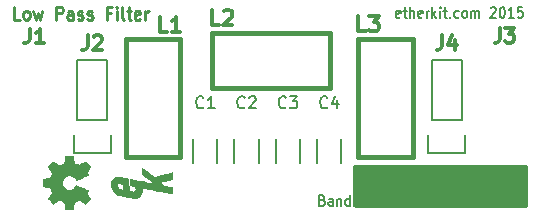
<source format=gto>
G04 #@! TF.FileFunction,Legend,Top*
%FSLAX46Y46*%
G04 Gerber Fmt 4.6, Leading zero omitted, Abs format (unit mm)*
G04 Created by KiCad (PCBNEW 0.201510291901+6286~30~ubuntu14.04.1-product) date Sat 07 Nov 2015 01:58:48 PM PST*
%MOMM*%
G01*
G04 APERTURE LIST*
%ADD10C,0.100000*%
%ADD11C,0.200000*%
%ADD12C,0.250000*%
%ADD13C,0.150000*%
%ADD14C,0.002540*%
%ADD15C,0.381000*%
%ADD16C,0.300000*%
%ADD17C,0.304800*%
G04 APERTURE END LIST*
D10*
D11*
X133545238Y-83614286D02*
X133469048Y-83657143D01*
X133316667Y-83657143D01*
X133240476Y-83614286D01*
X133202381Y-83528571D01*
X133202381Y-83185714D01*
X133240476Y-83100000D01*
X133316667Y-83057143D01*
X133469048Y-83057143D01*
X133545238Y-83100000D01*
X133583333Y-83185714D01*
X133583333Y-83271429D01*
X133202381Y-83357143D01*
X133811904Y-83057143D02*
X134116666Y-83057143D01*
X133926190Y-82757143D02*
X133926190Y-83528571D01*
X133964285Y-83614286D01*
X134040476Y-83657143D01*
X134116666Y-83657143D01*
X134383333Y-83657143D02*
X134383333Y-82757143D01*
X134726190Y-83657143D02*
X134726190Y-83185714D01*
X134688095Y-83100000D01*
X134611905Y-83057143D01*
X134497619Y-83057143D01*
X134421428Y-83100000D01*
X134383333Y-83142857D01*
X135411905Y-83614286D02*
X135335715Y-83657143D01*
X135183334Y-83657143D01*
X135107143Y-83614286D01*
X135069048Y-83528571D01*
X135069048Y-83185714D01*
X135107143Y-83100000D01*
X135183334Y-83057143D01*
X135335715Y-83057143D01*
X135411905Y-83100000D01*
X135450000Y-83185714D01*
X135450000Y-83271429D01*
X135069048Y-83357143D01*
X135792857Y-83657143D02*
X135792857Y-83057143D01*
X135792857Y-83228571D02*
X135830952Y-83142857D01*
X135869048Y-83100000D01*
X135945238Y-83057143D01*
X136021429Y-83057143D01*
X136288095Y-83657143D02*
X136288095Y-82757143D01*
X136364286Y-83314286D02*
X136592857Y-83657143D01*
X136592857Y-83057143D02*
X136288095Y-83400000D01*
X136935714Y-83657143D02*
X136935714Y-83057143D01*
X136935714Y-82757143D02*
X136897619Y-82800000D01*
X136935714Y-82842857D01*
X136973809Y-82800000D01*
X136935714Y-82757143D01*
X136935714Y-82842857D01*
X137202380Y-83057143D02*
X137507142Y-83057143D01*
X137316666Y-82757143D02*
X137316666Y-83528571D01*
X137354761Y-83614286D01*
X137430952Y-83657143D01*
X137507142Y-83657143D01*
X137773809Y-83571429D02*
X137811904Y-83614286D01*
X137773809Y-83657143D01*
X137735714Y-83614286D01*
X137773809Y-83571429D01*
X137773809Y-83657143D01*
X138497618Y-83614286D02*
X138421428Y-83657143D01*
X138269047Y-83657143D01*
X138192856Y-83614286D01*
X138154761Y-83571429D01*
X138116666Y-83485714D01*
X138116666Y-83228571D01*
X138154761Y-83142857D01*
X138192856Y-83100000D01*
X138269047Y-83057143D01*
X138421428Y-83057143D01*
X138497618Y-83100000D01*
X138954761Y-83657143D02*
X138878570Y-83614286D01*
X138840475Y-83571429D01*
X138802380Y-83485714D01*
X138802380Y-83228571D01*
X138840475Y-83142857D01*
X138878570Y-83100000D01*
X138954761Y-83057143D01*
X139069047Y-83057143D01*
X139145237Y-83100000D01*
X139183332Y-83142857D01*
X139221428Y-83228571D01*
X139221428Y-83485714D01*
X139183332Y-83571429D01*
X139145237Y-83614286D01*
X139069047Y-83657143D01*
X138954761Y-83657143D01*
X139564285Y-83657143D02*
X139564285Y-83057143D01*
X139564285Y-83142857D02*
X139602380Y-83100000D01*
X139678571Y-83057143D01*
X139792857Y-83057143D01*
X139869047Y-83100000D01*
X139907142Y-83185714D01*
X139907142Y-83657143D01*
X139907142Y-83185714D02*
X139945238Y-83100000D01*
X140021428Y-83057143D01*
X140135714Y-83057143D01*
X140211904Y-83100000D01*
X140249999Y-83185714D01*
X140249999Y-83657143D01*
X141202381Y-82842857D02*
X141240476Y-82800000D01*
X141316667Y-82757143D01*
X141507143Y-82757143D01*
X141583333Y-82800000D01*
X141621429Y-82842857D01*
X141659524Y-82928571D01*
X141659524Y-83014286D01*
X141621429Y-83142857D01*
X141164286Y-83657143D01*
X141659524Y-83657143D01*
X142154762Y-82757143D02*
X142230953Y-82757143D01*
X142307143Y-82800000D01*
X142345238Y-82842857D01*
X142383334Y-82928571D01*
X142421429Y-83100000D01*
X142421429Y-83314286D01*
X142383334Y-83485714D01*
X142345238Y-83571429D01*
X142307143Y-83614286D01*
X142230953Y-83657143D01*
X142154762Y-83657143D01*
X142078572Y-83614286D01*
X142040476Y-83571429D01*
X142002381Y-83485714D01*
X141964286Y-83314286D01*
X141964286Y-83100000D01*
X142002381Y-82928571D01*
X142040476Y-82842857D01*
X142078572Y-82800000D01*
X142154762Y-82757143D01*
X143183334Y-83657143D02*
X142726191Y-83657143D01*
X142954762Y-83657143D02*
X142954762Y-82757143D01*
X142878572Y-82885714D01*
X142802381Y-82971429D01*
X142726191Y-83014286D01*
X143907144Y-82757143D02*
X143526191Y-82757143D01*
X143488096Y-83185714D01*
X143526191Y-83142857D01*
X143602382Y-83100000D01*
X143792858Y-83100000D01*
X143869048Y-83142857D01*
X143907144Y-83185714D01*
X143945239Y-83271429D01*
X143945239Y-83485714D01*
X143907144Y-83571429D01*
X143869048Y-83614286D01*
X143792858Y-83657143D01*
X143602382Y-83657143D01*
X143526191Y-83614286D01*
X143488096Y-83571429D01*
D12*
X101364286Y-83797619D02*
X100888095Y-83797619D01*
X100888095Y-82697619D01*
X101840476Y-83797619D02*
X101745238Y-83745238D01*
X101697619Y-83692857D01*
X101650000Y-83588095D01*
X101650000Y-83273810D01*
X101697619Y-83169048D01*
X101745238Y-83116667D01*
X101840476Y-83064286D01*
X101983334Y-83064286D01*
X102078572Y-83116667D01*
X102126191Y-83169048D01*
X102173810Y-83273810D01*
X102173810Y-83588095D01*
X102126191Y-83692857D01*
X102078572Y-83745238D01*
X101983334Y-83797619D01*
X101840476Y-83797619D01*
X102507143Y-83064286D02*
X102697619Y-83797619D01*
X102888096Y-83273810D01*
X103078572Y-83797619D01*
X103269048Y-83064286D01*
X104411905Y-83797619D02*
X104411905Y-82697619D01*
X104792858Y-82697619D01*
X104888096Y-82750000D01*
X104935715Y-82802381D01*
X104983334Y-82907143D01*
X104983334Y-83064286D01*
X104935715Y-83169048D01*
X104888096Y-83221429D01*
X104792858Y-83273810D01*
X104411905Y-83273810D01*
X105840477Y-83797619D02*
X105840477Y-83221429D01*
X105792858Y-83116667D01*
X105697620Y-83064286D01*
X105507143Y-83064286D01*
X105411905Y-83116667D01*
X105840477Y-83745238D02*
X105745239Y-83797619D01*
X105507143Y-83797619D01*
X105411905Y-83745238D01*
X105364286Y-83640476D01*
X105364286Y-83535714D01*
X105411905Y-83430952D01*
X105507143Y-83378571D01*
X105745239Y-83378571D01*
X105840477Y-83326190D01*
X106269048Y-83745238D02*
X106364286Y-83797619D01*
X106554762Y-83797619D01*
X106650001Y-83745238D01*
X106697620Y-83640476D01*
X106697620Y-83588095D01*
X106650001Y-83483333D01*
X106554762Y-83430952D01*
X106411905Y-83430952D01*
X106316667Y-83378571D01*
X106269048Y-83273810D01*
X106269048Y-83221429D01*
X106316667Y-83116667D01*
X106411905Y-83064286D01*
X106554762Y-83064286D01*
X106650001Y-83116667D01*
X107078572Y-83745238D02*
X107173810Y-83797619D01*
X107364286Y-83797619D01*
X107459525Y-83745238D01*
X107507144Y-83640476D01*
X107507144Y-83588095D01*
X107459525Y-83483333D01*
X107364286Y-83430952D01*
X107221429Y-83430952D01*
X107126191Y-83378571D01*
X107078572Y-83273810D01*
X107078572Y-83221429D01*
X107126191Y-83116667D01*
X107221429Y-83064286D01*
X107364286Y-83064286D01*
X107459525Y-83116667D01*
X109030954Y-83221429D02*
X108697620Y-83221429D01*
X108697620Y-83797619D02*
X108697620Y-82697619D01*
X109173811Y-82697619D01*
X109554763Y-83797619D02*
X109554763Y-83064286D01*
X109554763Y-82697619D02*
X109507144Y-82750000D01*
X109554763Y-82802381D01*
X109602382Y-82750000D01*
X109554763Y-82697619D01*
X109554763Y-82802381D01*
X110173810Y-83797619D02*
X110078572Y-83745238D01*
X110030953Y-83640476D01*
X110030953Y-82697619D01*
X110411906Y-83064286D02*
X110792858Y-83064286D01*
X110554763Y-82697619D02*
X110554763Y-83640476D01*
X110602382Y-83745238D01*
X110697620Y-83797619D01*
X110792858Y-83797619D01*
X111507145Y-83745238D02*
X111411907Y-83797619D01*
X111221430Y-83797619D01*
X111126192Y-83745238D01*
X111078573Y-83640476D01*
X111078573Y-83221429D01*
X111126192Y-83116667D01*
X111221430Y-83064286D01*
X111411907Y-83064286D01*
X111507145Y-83116667D01*
X111554764Y-83221429D01*
X111554764Y-83326190D01*
X111078573Y-83430952D01*
X111983335Y-83797619D02*
X111983335Y-83064286D01*
X111983335Y-83273810D02*
X112030954Y-83169048D01*
X112078573Y-83116667D01*
X112173811Y-83064286D01*
X112269050Y-83064286D01*
D13*
X126971428Y-99085714D02*
X127085714Y-99128571D01*
X127123809Y-99171429D01*
X127161904Y-99257143D01*
X127161904Y-99385714D01*
X127123809Y-99471429D01*
X127085714Y-99514286D01*
X127009523Y-99557143D01*
X126704761Y-99557143D01*
X126704761Y-98657143D01*
X126971428Y-98657143D01*
X127047618Y-98700000D01*
X127085714Y-98742857D01*
X127123809Y-98828571D01*
X127123809Y-98914286D01*
X127085714Y-99000000D01*
X127047618Y-99042857D01*
X126971428Y-99085714D01*
X126704761Y-99085714D01*
X127847618Y-99557143D02*
X127847618Y-99085714D01*
X127809523Y-99000000D01*
X127733333Y-98957143D01*
X127580952Y-98957143D01*
X127504761Y-99000000D01*
X127847618Y-99514286D02*
X127771428Y-99557143D01*
X127580952Y-99557143D01*
X127504761Y-99514286D01*
X127466666Y-99428571D01*
X127466666Y-99342857D01*
X127504761Y-99257143D01*
X127580952Y-99214286D01*
X127771428Y-99214286D01*
X127847618Y-99171429D01*
X128228571Y-98957143D02*
X128228571Y-99557143D01*
X128228571Y-99042857D02*
X128266666Y-99000000D01*
X128342857Y-98957143D01*
X128457143Y-98957143D01*
X128533333Y-99000000D01*
X128571428Y-99085714D01*
X128571428Y-99557143D01*
X129295238Y-99557143D02*
X129295238Y-98657143D01*
X129295238Y-99514286D02*
X129219048Y-99557143D01*
X129066667Y-99557143D01*
X128990476Y-99514286D01*
X128952381Y-99471429D01*
X128914286Y-99385714D01*
X128914286Y-99128571D01*
X128952381Y-99042857D01*
X128990476Y-99000000D01*
X129066667Y-98957143D01*
X129219048Y-98957143D01*
X129295238Y-99000000D01*
X128575000Y-95900000D02*
X128575000Y-93900000D01*
X126525000Y-93900000D02*
X126525000Y-95900000D01*
X125075000Y-95900000D02*
X125075000Y-93900000D01*
X123025000Y-93900000D02*
X123025000Y-95900000D01*
X121575000Y-95900000D02*
X121575000Y-93900000D01*
X119525000Y-93900000D02*
X119525000Y-95900000D01*
X118075000Y-95900000D02*
X118075000Y-93900000D01*
X116025000Y-93900000D02*
X116025000Y-95900000D01*
D14*
G36*
X114256040Y-97018340D02*
X114256040Y-96977700D01*
X114253500Y-96850700D01*
X114248420Y-96766880D01*
X114240800Y-96736400D01*
X114220480Y-96741480D01*
X114149360Y-96759260D01*
X114029980Y-96792280D01*
X113875040Y-96832920D01*
X113689620Y-96883720D01*
X113328940Y-96982780D01*
X113138440Y-97036120D01*
X112970800Y-97079300D01*
X112841260Y-97114860D01*
X112752360Y-97137720D01*
X112716800Y-97145340D01*
X112714260Y-97145340D01*
X112673620Y-97117400D01*
X112592340Y-97058980D01*
X112480580Y-96972620D01*
X112345960Y-96865940D01*
X112193560Y-96744020D01*
X111698260Y-96342700D01*
X111698260Y-96855780D01*
X112239280Y-97277420D01*
X112307860Y-97333300D01*
X112457720Y-97450140D01*
X112587260Y-97551740D01*
X112688860Y-97633020D01*
X112752360Y-97683820D01*
X112775220Y-97704140D01*
X112759980Y-97701600D01*
X112688860Y-97688900D01*
X112569480Y-97666040D01*
X112409460Y-97635560D01*
X112211340Y-97597460D01*
X111987820Y-97554280D01*
X111743980Y-97506020D01*
X111571260Y-97473000D01*
X111337580Y-97424740D01*
X111129300Y-97384100D01*
X110951500Y-97351080D01*
X110814340Y-97325680D01*
X110725440Y-97307900D01*
X110687340Y-97302820D01*
X110679720Y-97302820D01*
X110669560Y-97315520D01*
X110664480Y-97353620D01*
X110664480Y-97429820D01*
X110664480Y-97556820D01*
X110669560Y-97810820D01*
X110794020Y-97836220D01*
X110910860Y-97864160D01*
X110994680Y-97904800D01*
X111063260Y-97963220D01*
X111098820Y-98003860D01*
X111136920Y-98074980D01*
X111147080Y-98163880D01*
X111147080Y-98168960D01*
X111136920Y-98240080D01*
X111098820Y-98298500D01*
X111088660Y-98308660D01*
X111040400Y-98346760D01*
X110981980Y-98362000D01*
X110890540Y-98354380D01*
X110755920Y-98331520D01*
X110664480Y-98311200D01*
X110588280Y-98295960D01*
X110557800Y-98290880D01*
X110555260Y-98275640D01*
X110555260Y-98209600D01*
X110552720Y-98135940D01*
X110126000Y-98135940D01*
X110120920Y-98186740D01*
X110113300Y-98204520D01*
X110100600Y-98207060D01*
X110085360Y-98201980D01*
X110019320Y-98186740D01*
X109925340Y-98166420D01*
X109884700Y-98156260D01*
X109785640Y-98128320D01*
X109717060Y-98100380D01*
X109704360Y-98092760D01*
X109625620Y-98021640D01*
X109577360Y-97925120D01*
X109562120Y-97820980D01*
X109582440Y-97732080D01*
X109643400Y-97668580D01*
X109648480Y-97666040D01*
X109737380Y-97648260D01*
X109861840Y-97653340D01*
X110001540Y-97676200D01*
X110118380Y-97704140D01*
X110123460Y-97958140D01*
X110126000Y-98041960D01*
X110126000Y-98135940D01*
X110552720Y-98135940D01*
X110552720Y-98097840D01*
X110552720Y-97953060D01*
X110550180Y-97780340D01*
X110550180Y-97272340D01*
X110514620Y-97262180D01*
X110507000Y-97259640D01*
X110400320Y-97236780D01*
X110260620Y-97211380D01*
X110108220Y-97183440D01*
X109955820Y-97155500D01*
X109821200Y-97135180D01*
X109714520Y-97119940D01*
X109656100Y-97112320D01*
X109625620Y-97114860D01*
X109445280Y-97150420D01*
X109287800Y-97239320D01*
X109160800Y-97366320D01*
X109084600Y-97526340D01*
X109079520Y-97544120D01*
X109061740Y-97663500D01*
X109061740Y-97803200D01*
X109076980Y-97927660D01*
X109112540Y-98047040D01*
X109214140Y-98229920D01*
X109356380Y-98397560D01*
X109524020Y-98534720D01*
X109704360Y-98628700D01*
X109727220Y-98636320D01*
X109816120Y-98656640D01*
X109945660Y-98684580D01*
X110103140Y-98720140D01*
X110278400Y-98755700D01*
X110458740Y-98791260D01*
X110631460Y-98824280D01*
X110781320Y-98852220D01*
X110898160Y-98872540D01*
X110969280Y-98882700D01*
X111070880Y-98882700D01*
X111235980Y-98862380D01*
X111373140Y-98811580D01*
X111406160Y-98791260D01*
X111535700Y-98674420D01*
X111627140Y-98516940D01*
X111672860Y-98334060D01*
X111667780Y-98138480D01*
X111665240Y-98115620D01*
X111655080Y-98044500D01*
X111655080Y-98014020D01*
X111662700Y-98014020D01*
X111723660Y-98024180D01*
X111835420Y-98047040D01*
X111990360Y-98077520D01*
X112188480Y-98115620D01*
X112417080Y-98158800D01*
X112671080Y-98209600D01*
X113087640Y-98293420D01*
X113351800Y-98346760D01*
X113595640Y-98395020D01*
X113809000Y-98435660D01*
X113989340Y-98471220D01*
X114123960Y-98496620D01*
X114212860Y-98511860D01*
X114243340Y-98514400D01*
X114245880Y-98511860D01*
X114250960Y-98466140D01*
X114253500Y-98377240D01*
X114256040Y-98257860D01*
X114256040Y-98153720D01*
X114253500Y-98069900D01*
X114248420Y-98026720D01*
X114238260Y-98006400D01*
X114220480Y-98001320D01*
X114195080Y-97996240D01*
X114116340Y-97978460D01*
X114002040Y-97958140D01*
X113864880Y-97930200D01*
X113824240Y-97922580D01*
X113661680Y-97887020D01*
X113560080Y-97859080D01*
X113511820Y-97838760D01*
X113501660Y-97828600D01*
X113415300Y-97752400D01*
X113326400Y-97673660D01*
X113250200Y-97600000D01*
X113196860Y-97549200D01*
X113176540Y-97528880D01*
X113191780Y-97523800D01*
X113257820Y-97508560D01*
X113369580Y-97485700D01*
X113514360Y-97455220D01*
X113682000Y-97422200D01*
X113798840Y-97396800D01*
X113956320Y-97363780D01*
X114088400Y-97338380D01*
X114179840Y-97318060D01*
X114220480Y-97310440D01*
X114223020Y-97307900D01*
X114238260Y-97302820D01*
X114248420Y-97282500D01*
X114253500Y-97236780D01*
X114256040Y-97152960D01*
X114256040Y-97018340D01*
X114256040Y-97018340D01*
G37*
X114256040Y-97018340D02*
X114256040Y-96977700D01*
X114253500Y-96850700D01*
X114248420Y-96766880D01*
X114240800Y-96736400D01*
X114220480Y-96741480D01*
X114149360Y-96759260D01*
X114029980Y-96792280D01*
X113875040Y-96832920D01*
X113689620Y-96883720D01*
X113328940Y-96982780D01*
X113138440Y-97036120D01*
X112970800Y-97079300D01*
X112841260Y-97114860D01*
X112752360Y-97137720D01*
X112716800Y-97145340D01*
X112714260Y-97145340D01*
X112673620Y-97117400D01*
X112592340Y-97058980D01*
X112480580Y-96972620D01*
X112345960Y-96865940D01*
X112193560Y-96744020D01*
X111698260Y-96342700D01*
X111698260Y-96855780D01*
X112239280Y-97277420D01*
X112307860Y-97333300D01*
X112457720Y-97450140D01*
X112587260Y-97551740D01*
X112688860Y-97633020D01*
X112752360Y-97683820D01*
X112775220Y-97704140D01*
X112759980Y-97701600D01*
X112688860Y-97688900D01*
X112569480Y-97666040D01*
X112409460Y-97635560D01*
X112211340Y-97597460D01*
X111987820Y-97554280D01*
X111743980Y-97506020D01*
X111571260Y-97473000D01*
X111337580Y-97424740D01*
X111129300Y-97384100D01*
X110951500Y-97351080D01*
X110814340Y-97325680D01*
X110725440Y-97307900D01*
X110687340Y-97302820D01*
X110679720Y-97302820D01*
X110669560Y-97315520D01*
X110664480Y-97353620D01*
X110664480Y-97429820D01*
X110664480Y-97556820D01*
X110669560Y-97810820D01*
X110794020Y-97836220D01*
X110910860Y-97864160D01*
X110994680Y-97904800D01*
X111063260Y-97963220D01*
X111098820Y-98003860D01*
X111136920Y-98074980D01*
X111147080Y-98163880D01*
X111147080Y-98168960D01*
X111136920Y-98240080D01*
X111098820Y-98298500D01*
X111088660Y-98308660D01*
X111040400Y-98346760D01*
X110981980Y-98362000D01*
X110890540Y-98354380D01*
X110755920Y-98331520D01*
X110664480Y-98311200D01*
X110588280Y-98295960D01*
X110557800Y-98290880D01*
X110555260Y-98275640D01*
X110555260Y-98209600D01*
X110552720Y-98135940D01*
X110126000Y-98135940D01*
X110120920Y-98186740D01*
X110113300Y-98204520D01*
X110100600Y-98207060D01*
X110085360Y-98201980D01*
X110019320Y-98186740D01*
X109925340Y-98166420D01*
X109884700Y-98156260D01*
X109785640Y-98128320D01*
X109717060Y-98100380D01*
X109704360Y-98092760D01*
X109625620Y-98021640D01*
X109577360Y-97925120D01*
X109562120Y-97820980D01*
X109582440Y-97732080D01*
X109643400Y-97668580D01*
X109648480Y-97666040D01*
X109737380Y-97648260D01*
X109861840Y-97653340D01*
X110001540Y-97676200D01*
X110118380Y-97704140D01*
X110123460Y-97958140D01*
X110126000Y-98041960D01*
X110126000Y-98135940D01*
X110552720Y-98135940D01*
X110552720Y-98097840D01*
X110552720Y-97953060D01*
X110550180Y-97780340D01*
X110550180Y-97272340D01*
X110514620Y-97262180D01*
X110507000Y-97259640D01*
X110400320Y-97236780D01*
X110260620Y-97211380D01*
X110108220Y-97183440D01*
X109955820Y-97155500D01*
X109821200Y-97135180D01*
X109714520Y-97119940D01*
X109656100Y-97112320D01*
X109625620Y-97114860D01*
X109445280Y-97150420D01*
X109287800Y-97239320D01*
X109160800Y-97366320D01*
X109084600Y-97526340D01*
X109079520Y-97544120D01*
X109061740Y-97663500D01*
X109061740Y-97803200D01*
X109076980Y-97927660D01*
X109112540Y-98047040D01*
X109214140Y-98229920D01*
X109356380Y-98397560D01*
X109524020Y-98534720D01*
X109704360Y-98628700D01*
X109727220Y-98636320D01*
X109816120Y-98656640D01*
X109945660Y-98684580D01*
X110103140Y-98720140D01*
X110278400Y-98755700D01*
X110458740Y-98791260D01*
X110631460Y-98824280D01*
X110781320Y-98852220D01*
X110898160Y-98872540D01*
X110969280Y-98882700D01*
X111070880Y-98882700D01*
X111235980Y-98862380D01*
X111373140Y-98811580D01*
X111406160Y-98791260D01*
X111535700Y-98674420D01*
X111627140Y-98516940D01*
X111672860Y-98334060D01*
X111667780Y-98138480D01*
X111665240Y-98115620D01*
X111655080Y-98044500D01*
X111655080Y-98014020D01*
X111662700Y-98014020D01*
X111723660Y-98024180D01*
X111835420Y-98047040D01*
X111990360Y-98077520D01*
X112188480Y-98115620D01*
X112417080Y-98158800D01*
X112671080Y-98209600D01*
X113087640Y-98293420D01*
X113351800Y-98346760D01*
X113595640Y-98395020D01*
X113809000Y-98435660D01*
X113989340Y-98471220D01*
X114123960Y-98496620D01*
X114212860Y-98511860D01*
X114243340Y-98514400D01*
X114245880Y-98511860D01*
X114250960Y-98466140D01*
X114253500Y-98377240D01*
X114256040Y-98257860D01*
X114256040Y-98153720D01*
X114253500Y-98069900D01*
X114248420Y-98026720D01*
X114238260Y-98006400D01*
X114220480Y-98001320D01*
X114195080Y-97996240D01*
X114116340Y-97978460D01*
X114002040Y-97958140D01*
X113864880Y-97930200D01*
X113824240Y-97922580D01*
X113661680Y-97887020D01*
X113560080Y-97859080D01*
X113511820Y-97838760D01*
X113501660Y-97828600D01*
X113415300Y-97752400D01*
X113326400Y-97673660D01*
X113250200Y-97600000D01*
X113196860Y-97549200D01*
X113176540Y-97528880D01*
X113191780Y-97523800D01*
X113257820Y-97508560D01*
X113369580Y-97485700D01*
X113514360Y-97455220D01*
X113682000Y-97422200D01*
X113798840Y-97396800D01*
X113956320Y-97363780D01*
X114088400Y-97338380D01*
X114179840Y-97318060D01*
X114220480Y-97310440D01*
X114223020Y-97307900D01*
X114238260Y-97302820D01*
X114248420Y-97282500D01*
X114253500Y-97236780D01*
X114256040Y-97152960D01*
X114256040Y-97018340D01*
G36*
X107298980Y-98948740D02*
X107286280Y-98925880D01*
X107253260Y-98872540D01*
X107205000Y-98798880D01*
X107146580Y-98709980D01*
X107085620Y-98623620D01*
X107037360Y-98549960D01*
X107004340Y-98499160D01*
X106994180Y-98478840D01*
X106996720Y-98466140D01*
X107017040Y-98425500D01*
X107050060Y-98364540D01*
X107067840Y-98328980D01*
X107090700Y-98273100D01*
X107095780Y-98245160D01*
X107088160Y-98240080D01*
X107047520Y-98219760D01*
X106973860Y-98189280D01*
X106877340Y-98146100D01*
X106763040Y-98097840D01*
X106641120Y-98047040D01*
X106519200Y-97993700D01*
X106399820Y-97945440D01*
X106293140Y-97902260D01*
X106206780Y-97866700D01*
X106145820Y-97843840D01*
X106120420Y-97836220D01*
X106115340Y-97838760D01*
X106087400Y-97866700D01*
X106051840Y-97914960D01*
X105965480Y-98019100D01*
X105835940Y-98123240D01*
X105688620Y-98186740D01*
X105523520Y-98209600D01*
X105373660Y-98191820D01*
X105228880Y-98130860D01*
X105096800Y-98029260D01*
X105000280Y-97904800D01*
X104936780Y-97762560D01*
X104916460Y-97600000D01*
X104934240Y-97445060D01*
X104992660Y-97297740D01*
X105094260Y-97165660D01*
X105157760Y-97109780D01*
X105289840Y-97033580D01*
X105432080Y-96990400D01*
X105467640Y-96985320D01*
X105625120Y-96992940D01*
X105774980Y-97038660D01*
X105907060Y-97119940D01*
X106018820Y-97234240D01*
X106028980Y-97249480D01*
X106067080Y-97302820D01*
X106095020Y-97338380D01*
X106117880Y-97366320D01*
X106597940Y-97168200D01*
X106674140Y-97135180D01*
X106803680Y-97081840D01*
X106917980Y-97033580D01*
X107006880Y-96992940D01*
X107067840Y-96967540D01*
X107090700Y-96954840D01*
X107093240Y-96954840D01*
X107095780Y-96937060D01*
X107083080Y-96901500D01*
X107050060Y-96832920D01*
X107027200Y-96789740D01*
X107001800Y-96738940D01*
X106994180Y-96716080D01*
X107004340Y-96695760D01*
X107034820Y-96647500D01*
X107083080Y-96576380D01*
X107141500Y-96490020D01*
X107197380Y-96408740D01*
X107245640Y-96335080D01*
X107281200Y-96279200D01*
X107296440Y-96253800D01*
X107296440Y-96248720D01*
X107283740Y-96225860D01*
X107245640Y-96182680D01*
X107184680Y-96116640D01*
X107093240Y-96025200D01*
X107080540Y-96009960D01*
X107001800Y-95933760D01*
X106938300Y-95872800D01*
X106892580Y-95832160D01*
X106869720Y-95816920D01*
X106869720Y-95816920D01*
X106844320Y-95829620D01*
X106790980Y-95865180D01*
X106714780Y-95913440D01*
X106625880Y-95974400D01*
X106394740Y-96134420D01*
X106176300Y-96045520D01*
X106110260Y-96020120D01*
X106028980Y-95984560D01*
X105973100Y-95959160D01*
X105947700Y-95946460D01*
X105937540Y-95923600D01*
X105924840Y-95865180D01*
X105907060Y-95778820D01*
X105886740Y-95674680D01*
X105868960Y-95575620D01*
X105851180Y-95489260D01*
X105838480Y-95423220D01*
X105833400Y-95395280D01*
X105830860Y-95387660D01*
X105815620Y-95382580D01*
X105785140Y-95380040D01*
X105731800Y-95377500D01*
X105647980Y-95374960D01*
X105523520Y-95374960D01*
X105510820Y-95374960D01*
X105393980Y-95377500D01*
X105300000Y-95377500D01*
X105241580Y-95382580D01*
X105216180Y-95385120D01*
X105216180Y-95385120D01*
X105211100Y-95413060D01*
X105195860Y-95476560D01*
X105180620Y-95565460D01*
X105160300Y-95669600D01*
X105157760Y-95677220D01*
X105137440Y-95781360D01*
X105119660Y-95870260D01*
X105104420Y-95931220D01*
X105096800Y-95959160D01*
X105089180Y-95964240D01*
X105048540Y-95984560D01*
X104982500Y-96015040D01*
X104903760Y-96050600D01*
X104819940Y-96083620D01*
X104746280Y-96114100D01*
X104690400Y-96134420D01*
X104665000Y-96139500D01*
X104665000Y-96139500D01*
X104639600Y-96124260D01*
X104586260Y-96088700D01*
X104510060Y-96037900D01*
X104421160Y-95974400D01*
X104413540Y-95971860D01*
X104324640Y-95910900D01*
X104248440Y-95860100D01*
X104195100Y-95829620D01*
X104172240Y-95816920D01*
X104169700Y-95816920D01*
X104144300Y-95837240D01*
X104093500Y-95882960D01*
X104024920Y-95946460D01*
X103946180Y-96025200D01*
X103920780Y-96050600D01*
X103836960Y-96136960D01*
X103781080Y-96195380D01*
X103753140Y-96233480D01*
X103745520Y-96251260D01*
X103745520Y-96251260D01*
X103763300Y-96279200D01*
X103798860Y-96335080D01*
X103852200Y-96411280D01*
X103913160Y-96502720D01*
X103915700Y-96507800D01*
X103976660Y-96596700D01*
X104027460Y-96670360D01*
X104063020Y-96723700D01*
X104075720Y-96746560D01*
X104075720Y-96751640D01*
X104065560Y-96787200D01*
X104042700Y-96850700D01*
X104012220Y-96926900D01*
X103979200Y-97010720D01*
X103948720Y-97084380D01*
X103923320Y-97140260D01*
X103908080Y-97168200D01*
X103905540Y-97168200D01*
X103875060Y-97178360D01*
X103809020Y-97193600D01*
X103717580Y-97211380D01*
X103608360Y-97231700D01*
X103590580Y-97236780D01*
X103483900Y-97257100D01*
X103397540Y-97272340D01*
X103336580Y-97285040D01*
X103311180Y-97292660D01*
X103308640Y-97307900D01*
X103303560Y-97358700D01*
X103301020Y-97437440D01*
X103301020Y-97533960D01*
X103301020Y-97633020D01*
X103303560Y-97732080D01*
X103306100Y-97815900D01*
X103311180Y-97874320D01*
X103316260Y-97899720D01*
X103316260Y-97902260D01*
X103349280Y-97909880D01*
X103415320Y-97925120D01*
X103509300Y-97942900D01*
X103618520Y-97965760D01*
X103636300Y-97968300D01*
X103742980Y-97988620D01*
X103829340Y-98006400D01*
X103890300Y-98019100D01*
X103913160Y-98026720D01*
X103918240Y-98034340D01*
X103936020Y-98080060D01*
X103966500Y-98151180D01*
X104002060Y-98237540D01*
X104083340Y-98440740D01*
X103913160Y-98692200D01*
X103897920Y-98715060D01*
X103836960Y-98803960D01*
X103786160Y-98877620D01*
X103753140Y-98928420D01*
X103742980Y-98951280D01*
X103742980Y-98951280D01*
X103765840Y-98976680D01*
X103811560Y-99027480D01*
X103877600Y-99093520D01*
X103956340Y-99172260D01*
X104012220Y-99230680D01*
X104083340Y-99299260D01*
X104131600Y-99344980D01*
X104162080Y-99367840D01*
X104179860Y-99375460D01*
X104192560Y-99372920D01*
X104217960Y-99357680D01*
X104271300Y-99322120D01*
X104347500Y-99268780D01*
X104436400Y-99207820D01*
X104510060Y-99159560D01*
X104593880Y-99103680D01*
X104654840Y-99068120D01*
X104682780Y-99057960D01*
X104695480Y-99060500D01*
X104743740Y-99078280D01*
X104817400Y-99106220D01*
X104906300Y-99144320D01*
X105104420Y-99230680D01*
X105129820Y-99360220D01*
X105142520Y-99438960D01*
X105165380Y-99550720D01*
X105185700Y-99654860D01*
X105216180Y-99819960D01*
X105818160Y-99825040D01*
X105828320Y-99799640D01*
X105835940Y-99774240D01*
X105848640Y-99713280D01*
X105866420Y-99626920D01*
X105886740Y-99525320D01*
X105901980Y-99438960D01*
X105919760Y-99350060D01*
X105932460Y-99286560D01*
X105937540Y-99258620D01*
X105947700Y-99251000D01*
X105988340Y-99230680D01*
X106056920Y-99197660D01*
X106138200Y-99164640D01*
X106222020Y-99129080D01*
X106300760Y-99098600D01*
X106359180Y-99075740D01*
X106392200Y-99068120D01*
X106415060Y-99080820D01*
X106465860Y-99113840D01*
X106539520Y-99162100D01*
X106625880Y-99220520D01*
X106714780Y-99281480D01*
X106788440Y-99332280D01*
X106841780Y-99365300D01*
X106867180Y-99380540D01*
X106884960Y-99372920D01*
X106925600Y-99339900D01*
X106994180Y-99273860D01*
X107090700Y-99174800D01*
X107105940Y-99159560D01*
X107182140Y-99080820D01*
X107243100Y-99014780D01*
X107283740Y-98969060D01*
X107298980Y-98948740D01*
X107298980Y-98948740D01*
G37*
X107298980Y-98948740D02*
X107286280Y-98925880D01*
X107253260Y-98872540D01*
X107205000Y-98798880D01*
X107146580Y-98709980D01*
X107085620Y-98623620D01*
X107037360Y-98549960D01*
X107004340Y-98499160D01*
X106994180Y-98478840D01*
X106996720Y-98466140D01*
X107017040Y-98425500D01*
X107050060Y-98364540D01*
X107067840Y-98328980D01*
X107090700Y-98273100D01*
X107095780Y-98245160D01*
X107088160Y-98240080D01*
X107047520Y-98219760D01*
X106973860Y-98189280D01*
X106877340Y-98146100D01*
X106763040Y-98097840D01*
X106641120Y-98047040D01*
X106519200Y-97993700D01*
X106399820Y-97945440D01*
X106293140Y-97902260D01*
X106206780Y-97866700D01*
X106145820Y-97843840D01*
X106120420Y-97836220D01*
X106115340Y-97838760D01*
X106087400Y-97866700D01*
X106051840Y-97914960D01*
X105965480Y-98019100D01*
X105835940Y-98123240D01*
X105688620Y-98186740D01*
X105523520Y-98209600D01*
X105373660Y-98191820D01*
X105228880Y-98130860D01*
X105096800Y-98029260D01*
X105000280Y-97904800D01*
X104936780Y-97762560D01*
X104916460Y-97600000D01*
X104934240Y-97445060D01*
X104992660Y-97297740D01*
X105094260Y-97165660D01*
X105157760Y-97109780D01*
X105289840Y-97033580D01*
X105432080Y-96990400D01*
X105467640Y-96985320D01*
X105625120Y-96992940D01*
X105774980Y-97038660D01*
X105907060Y-97119940D01*
X106018820Y-97234240D01*
X106028980Y-97249480D01*
X106067080Y-97302820D01*
X106095020Y-97338380D01*
X106117880Y-97366320D01*
X106597940Y-97168200D01*
X106674140Y-97135180D01*
X106803680Y-97081840D01*
X106917980Y-97033580D01*
X107006880Y-96992940D01*
X107067840Y-96967540D01*
X107090700Y-96954840D01*
X107093240Y-96954840D01*
X107095780Y-96937060D01*
X107083080Y-96901500D01*
X107050060Y-96832920D01*
X107027200Y-96789740D01*
X107001800Y-96738940D01*
X106994180Y-96716080D01*
X107004340Y-96695760D01*
X107034820Y-96647500D01*
X107083080Y-96576380D01*
X107141500Y-96490020D01*
X107197380Y-96408740D01*
X107245640Y-96335080D01*
X107281200Y-96279200D01*
X107296440Y-96253800D01*
X107296440Y-96248720D01*
X107283740Y-96225860D01*
X107245640Y-96182680D01*
X107184680Y-96116640D01*
X107093240Y-96025200D01*
X107080540Y-96009960D01*
X107001800Y-95933760D01*
X106938300Y-95872800D01*
X106892580Y-95832160D01*
X106869720Y-95816920D01*
X106869720Y-95816920D01*
X106844320Y-95829620D01*
X106790980Y-95865180D01*
X106714780Y-95913440D01*
X106625880Y-95974400D01*
X106394740Y-96134420D01*
X106176300Y-96045520D01*
X106110260Y-96020120D01*
X106028980Y-95984560D01*
X105973100Y-95959160D01*
X105947700Y-95946460D01*
X105937540Y-95923600D01*
X105924840Y-95865180D01*
X105907060Y-95778820D01*
X105886740Y-95674680D01*
X105868960Y-95575620D01*
X105851180Y-95489260D01*
X105838480Y-95423220D01*
X105833400Y-95395280D01*
X105830860Y-95387660D01*
X105815620Y-95382580D01*
X105785140Y-95380040D01*
X105731800Y-95377500D01*
X105647980Y-95374960D01*
X105523520Y-95374960D01*
X105510820Y-95374960D01*
X105393980Y-95377500D01*
X105300000Y-95377500D01*
X105241580Y-95382580D01*
X105216180Y-95385120D01*
X105216180Y-95385120D01*
X105211100Y-95413060D01*
X105195860Y-95476560D01*
X105180620Y-95565460D01*
X105160300Y-95669600D01*
X105157760Y-95677220D01*
X105137440Y-95781360D01*
X105119660Y-95870260D01*
X105104420Y-95931220D01*
X105096800Y-95959160D01*
X105089180Y-95964240D01*
X105048540Y-95984560D01*
X104982500Y-96015040D01*
X104903760Y-96050600D01*
X104819940Y-96083620D01*
X104746280Y-96114100D01*
X104690400Y-96134420D01*
X104665000Y-96139500D01*
X104665000Y-96139500D01*
X104639600Y-96124260D01*
X104586260Y-96088700D01*
X104510060Y-96037900D01*
X104421160Y-95974400D01*
X104413540Y-95971860D01*
X104324640Y-95910900D01*
X104248440Y-95860100D01*
X104195100Y-95829620D01*
X104172240Y-95816920D01*
X104169700Y-95816920D01*
X104144300Y-95837240D01*
X104093500Y-95882960D01*
X104024920Y-95946460D01*
X103946180Y-96025200D01*
X103920780Y-96050600D01*
X103836960Y-96136960D01*
X103781080Y-96195380D01*
X103753140Y-96233480D01*
X103745520Y-96251260D01*
X103745520Y-96251260D01*
X103763300Y-96279200D01*
X103798860Y-96335080D01*
X103852200Y-96411280D01*
X103913160Y-96502720D01*
X103915700Y-96507800D01*
X103976660Y-96596700D01*
X104027460Y-96670360D01*
X104063020Y-96723700D01*
X104075720Y-96746560D01*
X104075720Y-96751640D01*
X104065560Y-96787200D01*
X104042700Y-96850700D01*
X104012220Y-96926900D01*
X103979200Y-97010720D01*
X103948720Y-97084380D01*
X103923320Y-97140260D01*
X103908080Y-97168200D01*
X103905540Y-97168200D01*
X103875060Y-97178360D01*
X103809020Y-97193600D01*
X103717580Y-97211380D01*
X103608360Y-97231700D01*
X103590580Y-97236780D01*
X103483900Y-97257100D01*
X103397540Y-97272340D01*
X103336580Y-97285040D01*
X103311180Y-97292660D01*
X103308640Y-97307900D01*
X103303560Y-97358700D01*
X103301020Y-97437440D01*
X103301020Y-97533960D01*
X103301020Y-97633020D01*
X103303560Y-97732080D01*
X103306100Y-97815900D01*
X103311180Y-97874320D01*
X103316260Y-97899720D01*
X103316260Y-97902260D01*
X103349280Y-97909880D01*
X103415320Y-97925120D01*
X103509300Y-97942900D01*
X103618520Y-97965760D01*
X103636300Y-97968300D01*
X103742980Y-97988620D01*
X103829340Y-98006400D01*
X103890300Y-98019100D01*
X103913160Y-98026720D01*
X103918240Y-98034340D01*
X103936020Y-98080060D01*
X103966500Y-98151180D01*
X104002060Y-98237540D01*
X104083340Y-98440740D01*
X103913160Y-98692200D01*
X103897920Y-98715060D01*
X103836960Y-98803960D01*
X103786160Y-98877620D01*
X103753140Y-98928420D01*
X103742980Y-98951280D01*
X103742980Y-98951280D01*
X103765840Y-98976680D01*
X103811560Y-99027480D01*
X103877600Y-99093520D01*
X103956340Y-99172260D01*
X104012220Y-99230680D01*
X104083340Y-99299260D01*
X104131600Y-99344980D01*
X104162080Y-99367840D01*
X104179860Y-99375460D01*
X104192560Y-99372920D01*
X104217960Y-99357680D01*
X104271300Y-99322120D01*
X104347500Y-99268780D01*
X104436400Y-99207820D01*
X104510060Y-99159560D01*
X104593880Y-99103680D01*
X104654840Y-99068120D01*
X104682780Y-99057960D01*
X104695480Y-99060500D01*
X104743740Y-99078280D01*
X104817400Y-99106220D01*
X104906300Y-99144320D01*
X105104420Y-99230680D01*
X105129820Y-99360220D01*
X105142520Y-99438960D01*
X105165380Y-99550720D01*
X105185700Y-99654860D01*
X105216180Y-99819960D01*
X105818160Y-99825040D01*
X105828320Y-99799640D01*
X105835940Y-99774240D01*
X105848640Y-99713280D01*
X105866420Y-99626920D01*
X105886740Y-99525320D01*
X105901980Y-99438960D01*
X105919760Y-99350060D01*
X105932460Y-99286560D01*
X105937540Y-99258620D01*
X105947700Y-99251000D01*
X105988340Y-99230680D01*
X106056920Y-99197660D01*
X106138200Y-99164640D01*
X106222020Y-99129080D01*
X106300760Y-99098600D01*
X106359180Y-99075740D01*
X106392200Y-99068120D01*
X106415060Y-99080820D01*
X106465860Y-99113840D01*
X106539520Y-99162100D01*
X106625880Y-99220520D01*
X106714780Y-99281480D01*
X106788440Y-99332280D01*
X106841780Y-99365300D01*
X106867180Y-99380540D01*
X106884960Y-99372920D01*
X106925600Y-99339900D01*
X106994180Y-99273860D01*
X107090700Y-99174800D01*
X107105940Y-99159560D01*
X107182140Y-99080820D01*
X107243100Y-99014780D01*
X107283740Y-98969060D01*
X107298980Y-98948740D01*
D15*
X134601240Y-85400000D02*
X129998760Y-85400000D01*
X129998760Y-85400000D02*
X129998760Y-95399980D01*
X129998760Y-95399980D02*
X134601240Y-95399980D01*
X134601240Y-95399980D02*
X134601240Y-85400000D01*
X117650000Y-84948760D02*
X117650000Y-89551240D01*
X117650000Y-89551240D02*
X127649980Y-89551240D01*
X127649980Y-89551240D02*
X127649980Y-84948760D01*
X127649980Y-84948760D02*
X117650000Y-84948760D01*
X110298760Y-95400000D02*
X114901240Y-95400000D01*
X114901240Y-95400000D02*
X114901240Y-85400020D01*
X114901240Y-85400020D02*
X110298760Y-85400020D01*
X110298760Y-85400020D02*
X110298760Y-95400000D01*
D13*
X138770000Y-92280000D02*
X138770000Y-87200000D01*
X138770000Y-87200000D02*
X136230000Y-87200000D01*
X136230000Y-87200000D02*
X136230000Y-92280000D01*
X135950000Y-95100000D02*
X135950000Y-93550000D01*
X136230000Y-92280000D02*
X138770000Y-92280000D01*
X139050000Y-93550000D02*
X139050000Y-95100000D01*
X139050000Y-95100000D02*
X135950000Y-95100000D01*
X108770000Y-92280000D02*
X108770000Y-87200000D01*
X108770000Y-87200000D02*
X106230000Y-87200000D01*
X106230000Y-87200000D02*
X106230000Y-92280000D01*
X105950000Y-95100000D02*
X105950000Y-93550000D01*
X106230000Y-92280000D02*
X108770000Y-92280000D01*
X109050000Y-93550000D02*
X109050000Y-95100000D01*
X109050000Y-95100000D02*
X105950000Y-95100000D01*
D11*
X127383334Y-91207143D02*
X127335715Y-91254762D01*
X127192858Y-91302381D01*
X127097620Y-91302381D01*
X126954762Y-91254762D01*
X126859524Y-91159524D01*
X126811905Y-91064286D01*
X126764286Y-90873810D01*
X126764286Y-90730952D01*
X126811905Y-90540476D01*
X126859524Y-90445238D01*
X126954762Y-90350000D01*
X127097620Y-90302381D01*
X127192858Y-90302381D01*
X127335715Y-90350000D01*
X127383334Y-90397619D01*
X128240477Y-90635714D02*
X128240477Y-91302381D01*
X128002381Y-90254762D02*
X127764286Y-90969048D01*
X128383334Y-90969048D01*
X123883334Y-91207143D02*
X123835715Y-91254762D01*
X123692858Y-91302381D01*
X123597620Y-91302381D01*
X123454762Y-91254762D01*
X123359524Y-91159524D01*
X123311905Y-91064286D01*
X123264286Y-90873810D01*
X123264286Y-90730952D01*
X123311905Y-90540476D01*
X123359524Y-90445238D01*
X123454762Y-90350000D01*
X123597620Y-90302381D01*
X123692858Y-90302381D01*
X123835715Y-90350000D01*
X123883334Y-90397619D01*
X124216667Y-90302381D02*
X124835715Y-90302381D01*
X124502381Y-90683333D01*
X124645239Y-90683333D01*
X124740477Y-90730952D01*
X124788096Y-90778571D01*
X124835715Y-90873810D01*
X124835715Y-91111905D01*
X124788096Y-91207143D01*
X124740477Y-91254762D01*
X124645239Y-91302381D01*
X124359524Y-91302381D01*
X124264286Y-91254762D01*
X124216667Y-91207143D01*
X120383334Y-91207143D02*
X120335715Y-91254762D01*
X120192858Y-91302381D01*
X120097620Y-91302381D01*
X119954762Y-91254762D01*
X119859524Y-91159524D01*
X119811905Y-91064286D01*
X119764286Y-90873810D01*
X119764286Y-90730952D01*
X119811905Y-90540476D01*
X119859524Y-90445238D01*
X119954762Y-90350000D01*
X120097620Y-90302381D01*
X120192858Y-90302381D01*
X120335715Y-90350000D01*
X120383334Y-90397619D01*
X120764286Y-90397619D02*
X120811905Y-90350000D01*
X120907143Y-90302381D01*
X121145239Y-90302381D01*
X121240477Y-90350000D01*
X121288096Y-90397619D01*
X121335715Y-90492857D01*
X121335715Y-90588095D01*
X121288096Y-90730952D01*
X120716667Y-91302381D01*
X121335715Y-91302381D01*
X116883334Y-91207143D02*
X116835715Y-91254762D01*
X116692858Y-91302381D01*
X116597620Y-91302381D01*
X116454762Y-91254762D01*
X116359524Y-91159524D01*
X116311905Y-91064286D01*
X116264286Y-90873810D01*
X116264286Y-90730952D01*
X116311905Y-90540476D01*
X116359524Y-90445238D01*
X116454762Y-90350000D01*
X116597620Y-90302381D01*
X116692858Y-90302381D01*
X116835715Y-90350000D01*
X116883334Y-90397619D01*
X117835715Y-91302381D02*
X117264286Y-91302381D01*
X117550000Y-91302381D02*
X117550000Y-90302381D01*
X117454762Y-90445238D01*
X117359524Y-90540476D01*
X117264286Y-90588095D01*
D16*
X102200000Y-84592857D02*
X102200000Y-85450000D01*
X102142858Y-85621429D01*
X102028572Y-85735714D01*
X101857143Y-85792857D01*
X101742858Y-85792857D01*
X103400001Y-85792857D02*
X102714286Y-85792857D01*
X103057144Y-85792857D02*
X103057144Y-84592857D01*
X102942858Y-84764286D01*
X102828572Y-84878571D01*
X102714286Y-84935714D01*
X142000000Y-84542857D02*
X142000000Y-85400000D01*
X141942858Y-85571429D01*
X141828572Y-85685714D01*
X141657143Y-85742857D01*
X141542858Y-85742857D01*
X142457144Y-84542857D02*
X143200001Y-84542857D01*
X142800001Y-85000000D01*
X142971429Y-85000000D01*
X143085715Y-85057143D01*
X143142858Y-85114286D01*
X143200001Y-85228571D01*
X143200001Y-85514286D01*
X143142858Y-85628571D01*
X143085715Y-85685714D01*
X142971429Y-85742857D01*
X142628572Y-85742857D01*
X142514286Y-85685714D01*
X142457144Y-85628571D01*
D17*
X130633333Y-84788095D02*
X130014286Y-84788095D01*
X130014286Y-83488095D01*
X130942857Y-83488095D02*
X131747619Y-83488095D01*
X131314286Y-83983333D01*
X131500000Y-83983333D01*
X131623810Y-84045238D01*
X131685714Y-84107143D01*
X131747619Y-84230952D01*
X131747619Y-84540476D01*
X131685714Y-84664286D01*
X131623810Y-84726190D01*
X131500000Y-84788095D01*
X131128572Y-84788095D01*
X131004762Y-84726190D01*
X130942857Y-84664286D01*
X118233333Y-84288095D02*
X117614286Y-84288095D01*
X117614286Y-82988095D01*
X118604762Y-83111905D02*
X118666667Y-83050000D01*
X118790476Y-82988095D01*
X119100000Y-82988095D01*
X119223810Y-83050000D01*
X119285714Y-83111905D01*
X119347619Y-83235714D01*
X119347619Y-83359524D01*
X119285714Y-83545238D01*
X118542857Y-84288095D01*
X119347619Y-84288095D01*
X113833333Y-84838095D02*
X113214286Y-84838095D01*
X113214286Y-83538095D01*
X114947619Y-84838095D02*
X114204762Y-84838095D01*
X114576191Y-84838095D02*
X114576191Y-83538095D01*
X114452381Y-83723810D01*
X114328572Y-83847619D01*
X114204762Y-83909524D01*
D16*
X137100000Y-85142857D02*
X137100000Y-86000000D01*
X137042858Y-86171429D01*
X136928572Y-86285714D01*
X136757143Y-86342857D01*
X136642858Y-86342857D01*
X138185715Y-85542857D02*
X138185715Y-86342857D01*
X137900001Y-85085714D02*
X137614286Y-85942857D01*
X138357144Y-85942857D01*
X107100000Y-85142857D02*
X107100000Y-86000000D01*
X107042858Y-86171429D01*
X106928572Y-86285714D01*
X106757143Y-86342857D01*
X106642858Y-86342857D01*
X107614286Y-85257143D02*
X107671429Y-85200000D01*
X107785715Y-85142857D01*
X108071429Y-85142857D01*
X108185715Y-85200000D01*
X108242858Y-85257143D01*
X108300001Y-85371429D01*
X108300001Y-85485714D01*
X108242858Y-85657143D01*
X107557144Y-86342857D01*
X108300001Y-86342857D01*
D13*
G36*
X144224314Y-96227758D02*
X144247698Y-96234851D01*
X144269245Y-96246368D01*
X144288132Y-96261868D01*
X144303632Y-96280755D01*
X144315149Y-96302302D01*
X144322242Y-96325686D01*
X144325000Y-96353686D01*
X144325000Y-99496314D01*
X144322242Y-99524314D01*
X144315149Y-99547698D01*
X144303632Y-99569245D01*
X144288132Y-99588132D01*
X144269245Y-99603632D01*
X144247698Y-99615149D01*
X144224314Y-99622242D01*
X144196314Y-99625000D01*
X129803686Y-99625000D01*
X129775686Y-99622242D01*
X129752302Y-99615149D01*
X129730755Y-99603632D01*
X129711868Y-99588132D01*
X129696368Y-99569245D01*
X129684851Y-99547698D01*
X129677758Y-99524314D01*
X129675000Y-99496314D01*
X129675000Y-96225000D01*
X144196314Y-96225000D01*
X144224314Y-96227758D01*
X144224314Y-96227758D01*
G37*
X144224314Y-96227758D02*
X144247698Y-96234851D01*
X144269245Y-96246368D01*
X144288132Y-96261868D01*
X144303632Y-96280755D01*
X144315149Y-96302302D01*
X144322242Y-96325686D01*
X144325000Y-96353686D01*
X144325000Y-99496314D01*
X144322242Y-99524314D01*
X144315149Y-99547698D01*
X144303632Y-99569245D01*
X144288132Y-99588132D01*
X144269245Y-99603632D01*
X144247698Y-99615149D01*
X144224314Y-99622242D01*
X144196314Y-99625000D01*
X129803686Y-99625000D01*
X129775686Y-99622242D01*
X129752302Y-99615149D01*
X129730755Y-99603632D01*
X129711868Y-99588132D01*
X129696368Y-99569245D01*
X129684851Y-99547698D01*
X129677758Y-99524314D01*
X129675000Y-99496314D01*
X129675000Y-96225000D01*
X144196314Y-96225000D01*
X144224314Y-96227758D01*
M02*

</source>
